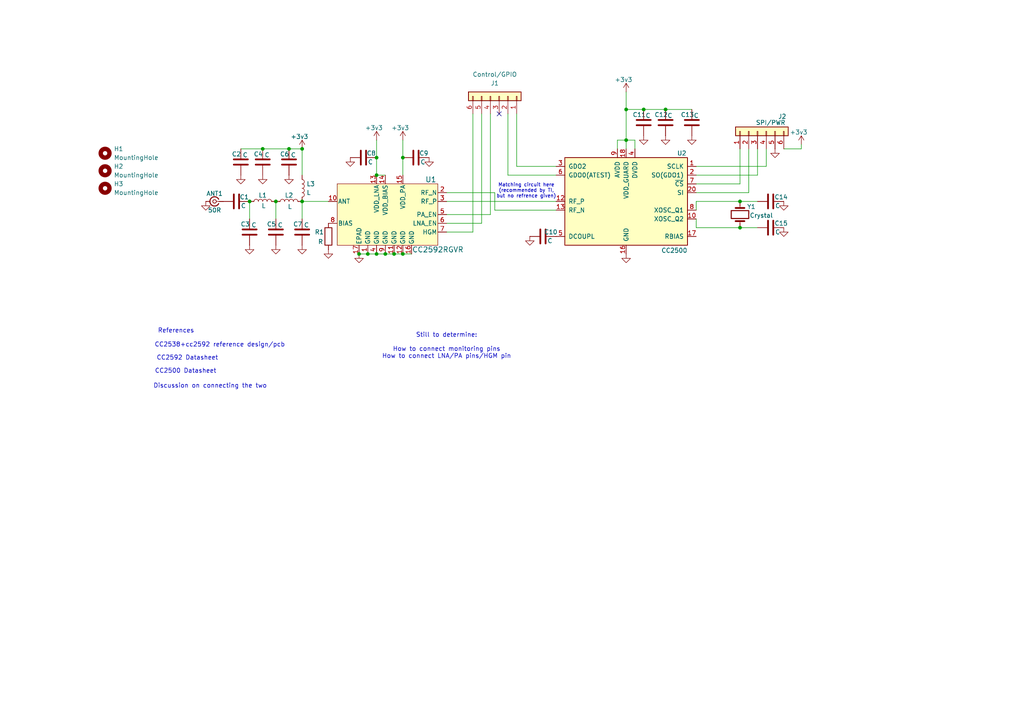
<source format=kicad_sch>
(kicad_sch (version 20231120) (generator "eeschema") (generator_version "8.0")
  (paper "A4")
  (lib_symbols
    (symbol "2025-04-10_16-41-21:CC2592RGVR" (pin_names (offset 0.254))
      (property "Reference" "U2" (at 34.798 6.35 0))
      (property "Value" "CC2592RGVR" (at 36.83 -13.97 0))
      (symbol "CC2592RGVR_0_1"
        (pin power_in line (at 16.51 -15.24 90) (length 2.5) (name "GND") (number "1"))
        (pin unspecified line (at 5.08 0 0) (length 2.5) (name "ANT") (number "10"))
        (pin power_in line (at 24.13 -15.24 90) (length 2.5) (name "GND") (number "11"))
        (pin power_in line (at 26.67 -15.24 90) (length 2.5) (name "GND") (number "12"))
        (pin power_in line (at 19.05 7.62 270) (length 2.5) (name "VDD_LNA") (number "13"))
        (pin power_in line (at 21.59 7.62 270) (length 2.5) (name "VDD_BIAS") (number "14"))
        (pin power_in line (at 26.67 7.62 270) (length 2.5) (name "VDD_PA") (number "15"))
        (pin power_in line (at 29.21 -15.24 90) (length 2.5) (name "GND") (number "16"))
        (pin unspecified line (at 13.97 -15.24 90) (length 2.5) (name "EPAD") (number "17"))
        (pin unspecified line (at 39.37 2.54 180) (length 2.5) (name "RF_N") (number "2"))
        (pin unspecified line (at 39.37 0 180) (length 2.5) (name "RF_P") (number "3"))
        (pin power_in line (at 19.05 -15.24 90) (length 2.5) (name "GND") (number "4"))
        (pin input line (at 39.37 -3.81 180) (length 2.5) (name "PA_EN") (number "5"))
        (pin input line (at 39.37 -6.35 180) (length 2.5) (name "LNA_EN") (number "6"))
        (pin input line (at 39.37 -8.89 180) (length 2.5) (name "HGM") (number "7"))
        (pin unspecified line (at 5.08 -6.35 0) (length 2.5) (name "BIAS") (number "8"))
        (pin power_in line (at 21.59 -15.24 90) (length 2.5) (name "GND") (number "9"))
      )
      (symbol "CC2592RGVR_1_1"
        (rectangle (start 7.62 5.08) (end 36.83 -12.7) (fill (type background)))
      )
    )
    (symbol "Connector:Conn_Coaxial_Small" (pin_numbers hide) (pin_names (offset 1.016) hide)
      (property "Reference" "J" (at 0.254 3.048 0))
      (property "Value" "Conn_Coaxial_Small" (at 0 -3.81 0))
      (symbol "Conn_Coaxial_Small_0_1"
        (polyline (pts (xy -2.54 0) (xy -0.508 0)))
        (circle (center 0 0) (radius 0.508) (stroke (width 0.2032)))
      )
      (symbol "Conn_Coaxial_Small_1_1"
        (arc (start -1.1916 -0.6311) (mid 0.327 -1.3081) (end 1.3484 0.0039) (stroke (width 0.3048)))
        (arc (start 1.3484 -0.0039) (mid 0.327 1.3081) (end -1.1916 0.6311) (stroke (width 0.3048)))
        (pin passive line (at -2.54 0 0) (length 1.27) (name "In") (number "1"))
        (pin passive line (at 2.54 0 180) (length 1.27) (name "Ext") (number "2"))
      )
    )
    (symbol "Connector_Generic:Conn_01x06" (pin_names (offset 1.016) hide)
      (property "Reference" "J" (at 0 7.62 0))
      (property "Value" "Conn_01x06" (at 0 -10.16 0))
      (symbol "Conn_01x06_1_1"
        (rectangle (start -1.27 -7.493) (end 0 -7.747) (stroke (width 0.1524)))
        (rectangle (start -1.27 -4.953) (end 0 -5.207) (stroke (width 0.1524)))
        (rectangle (start -1.27 -2.413) (end 0 -2.667) (stroke (width 0.1524)))
        (rectangle (start -1.27 0.127) (end 0 -0.127) (stroke (width 0.1524)))
        (rectangle (start -1.27 2.667) (end 0 2.413) (stroke (width 0.1524)))
        (rectangle (start -1.27 5.207) (end 0 4.953) (stroke (width 0.1524)))
        (rectangle (start -1.27 6.35) (end 1.27 -8.89) (stroke (width 0.254)) (fill (type background)))
        (pin passive line (at -5.08 5.08 0) (length 3.81) (name "Pin_1") (number "1"))
        (pin passive line (at -5.08 2.54 0) (length 3.81) (name "Pin_2") (number "2"))
        (pin passive line (at -5.08 0 0) (length 3.81) (name "Pin_3") (number "3"))
        (pin passive line (at -5.08 -2.54 0) (length 3.81) (name "Pin_4") (number "4"))
        (pin passive line (at -5.08 -5.08 0) (length 3.81) (name "Pin_5") (number "5"))
        (pin passive line (at -5.08 -7.62 0) (length 3.81) (name "Pin_6") (number "6"))
      )
    )
    (symbol "Device:C" (pin_numbers hide) (pin_names (offset 0.254))
      (property "Reference" "C" (at 0.635 2.54 0))
      (property "Value" "C" (at 0.635 -2.54 0))
      (symbol "C_0_1"
        (polyline (pts (xy -2.032 -0.762) (xy 2.032 -0.762)) (stroke (width 0.508)))
        (polyline (pts (xy -2.032 0.762) (xy 2.032 0.762)) (stroke (width 0.508)))
      )
      (symbol "C_1_1"
        (pin passive line (at 0 3.81 270) (length 2.794) (name "~") (number "1"))
        (pin passive line (at 0 -3.81 90) (length 2.794) (name "~") (number "2"))
      )
    )
    (symbol "Device:Crystal" (pin_numbers hide) (pin_names (offset 1.016) hide)
      (property "Reference" "Y" (at 0 3.81 0))
      (property "Value" "Crystal" (at 0 -3.81 0))
      (symbol "Crystal_0_1"
        (rectangle (start -1.143 2.54) (end 1.143 -2.54) (stroke (width 0.3048)))
        (polyline (pts (xy -2.54 0) (xy -1.905 0)))
        (polyline (pts (xy -1.905 -1.27) (xy -1.905 1.27)) (stroke (width 0.508)))
        (polyline (pts (xy 1.905 -1.27) (xy 1.905 1.27)) (stroke (width 0.508)))
        (polyline (pts (xy 2.54 0) (xy 1.905 0)))
      )
      (symbol "Crystal_1_1"
        (pin passive line (at -3.81 0 0) (length 1.27) (name "1") (number "1"))
        (pin passive line (at 3.81 0 180) (length 1.27) (name "2") (number "2"))
      )
    )
    (symbol "Device:L" (pin_numbers hide) (pin_names (offset 1.016) hide)
      (property "Reference" "L" (at -1.27 0 90))
      (property "Value" "L" (at 1.905 0 90))
      (symbol "L_0_1"
        (arc (start 0 -2.54) (mid 0.6323 -1.905) (end 0 -1.27))
        (arc (start 0 -1.27) (mid 0.6323 -0.635) (end 0 0))
        (arc (start 0 0) (mid 0.6323 0.635) (end 0 1.27))
        (arc (start 0 1.27) (mid 0.6323 1.905) (end 0 2.54))
      )
      (symbol "L_1_1"
        (pin passive line (at 0 3.81 270) (length 1.27) (name "1") (number "1"))
        (pin passive line (at 0 -3.81 90) (length 1.27) (name "2") (number "2"))
      )
    )
    (symbol "Device:R" (pin_numbers hide) (pin_names (offset 0))
      (property "Reference" "R" (at 2.032 0 90))
      (property "Value" "R" (at 0 0 90))
      (symbol "R_0_1"
        (rectangle (start -1.016 -2.54) (end 1.016 2.54) (stroke (width 0.254)))
      )
      (symbol "R_1_1"
        (pin passive line (at 0 3.81 270) (length 1.27) (name "~") (number "1"))
        (pin passive line (at 0 -3.81 90) (length 1.27) (name "~") (number "2"))
      )
    )
    (symbol "Mechanical:MountingHole" (pin_names (offset 1.016)) (exclude_from_sim yes) (in_bom no)
      (property "Reference" "H" (at 0 5.08 0))
      (property "Value" "MountingHole" (at 0 3.175 0))
      (symbol "MountingHole_0_1"
        (circle (center 0 0) (radius 1.27) (stroke (width 1.27)))
      )
    )
    (symbol "RF:CC2500" (pin_names (offset 1.016))
      (property "Reference" "U" (at -16.51 13.97 0))
      (property "Value" "CC2500" (at 13.97 13.97 0))
      (symbol "CC2500_0_1"
        (rectangle (start -17.78 12.7) (end 17.78 -12.7) (stroke (width 0.254)) (fill (type background)))
      )
      (symbol "CC2500_1_1"
        (pin input line (at -20.32 10.16 0) (length 2.54) (name "SCLK") (number "1"))
        (pin passive line (at -20.32 -5.08 0) (length 2.54) (name "XOSC_Q2") (number "10"))
        (pin passive line (at 2.54 15.24 270) (length 2.54) hide (name "AVDD") (number "11"))
        (pin passive line (at 20.32 0 180) (length 2.54) (name "RF_P") (number "12"))
        (pin passive line (at 20.32 -2.54 180) (length 2.54) (name "RF_N") (number "13"))
        (pin passive line (at 2.54 15.24 270) (length 2.54) hide (name "AVDD") (number "14"))
        (pin passive line (at 2.54 15.24 270) (length 2.54) hide (name "AVDD") (number "15"))
        (pin power_in line (at 0 -15.24 90) (length 2.54) (name "GND") (number "16"))
        (pin passive line (at -20.32 -10.16 0) (length 2.54) (name "RBIAS") (number "17"))
        (pin power_in line (at 0 15.24 270) (length 2.54) (name "VDD_GUARD") (number "18"))
        (pin passive line (at 0 -15.24 90) (length 2.54) hide (name "GND") (number "19"))
        (pin bidirectional line (at -20.32 7.62 0) (length 2.54) (name "SO(GDO1)") (number "2"))
        (pin input line (at -20.32 2.54 0) (length 2.54) (name "SI") (number "20"))
        (pin passive line (at 0 -15.24 90) (length 2.54) hide (name "GND") (number "21"))
        (pin bidirectional line (at 20.32 10.16 180) (length 2.54) (name "GDO2") (number "3"))
        (pin power_in line (at -2.54 15.24 270) (length 2.54) (name "DVDD") (number "4"))
        (pin power_out line (at 20.32 -10.16 180) (length 2.54) (name "DCOUPL") (number "5"))
        (pin bidirectional line (at 20.32 7.62 180) (length 2.54) (name "GDO0(ATEST)") (number "6"))
        (pin input line (at -20.32 5.08 0) (length 2.54) (name "~{CS}") (number "7"))
        (pin passive line (at -20.32 -2.54 0) (length 2.54) (name "XOSC_Q1") (number "8"))
        (pin power_in line (at 2.54 15.24 270) (length 2.54) (name "AVDD") (number "9"))
      )
    )
    (symbol "power:+3.3V" (power) (pin_numbers hide) (pin_names (offset 0) hide)
      (property "Value" "+3.3V" (at 0 3.556 0))
      (symbol "+3.3V_0_1"
        (polyline (pts (xy -0.762 1.27) (xy 0 2.54)))
        (polyline (pts (xy 0 0) (xy 0 2.54)))
        (polyline (pts (xy 0 2.54) (xy 0.762 1.27)))
      )
      (symbol "+3.3V_1_1"
        (pin power_in line (at 0 0 90) (length 0) (name "~") (number "1"))
      )
    )
    (symbol "power:GND" (power) (pin_numbers hide) (pin_names (offset 0) hide)
      (property "Value" "GND" (at 0 -3.81 0))
      (symbol "GND_0_1"
        (polyline (pts (xy 0 0) (xy 0 -1.27) (xy 1.27 -1.27) (xy 0 -2.54) (xy -1.27 -1.27) (xy 0 -1.27)))
      )
      (symbol "GND_1_1"
        (pin power_in line (at 0 0 270) (length 0) (name "~") (number "1"))
      )
    )
  )
  (junction (at 116.84 73.66))
  (junction (at 106.68 73.66))
  (junction (at 80.01 58.42))
  (junction (at 87.63 43.18))
  (junction (at 72.39 58.42))
  (junction (at 104.14 73.66))
  (junction (at 109.22 73.66))
  (junction (at 214.63 66.04))
  (junction (at 181.61 31.75))
  (junction (at 87.63 58.42))
  (junction (at 116.84 45.72))
  (junction (at 186.69 31.75))
  (junction (at 109.22 50.8))
  (junction (at 111.76 73.66))
  (junction (at 76.2 43.18))
  (junction (at 193.04 31.75))
  (junction (at 109.22 45.72))
  (junction (at 83.82 43.18))
  (junction (at 114.3 73.66))
  (junction (at 214.63 58.42))
  (junction (at 181.61 40.64))
  (no_connect (at 144.78 33.02))
  (wire (pts (xy 87.63 43.18) (xy 87.63 50.8)))
  (wire (pts (xy 217.17 55.88) (xy 217.17 43.18)))
  (wire (pts (xy 143.51 55.88) (xy 143.51 60.96)))
  (wire (pts (xy 106.68 73.66) (xy 109.22 73.66)))
  (wire (pts (xy 201.93 53.34) (xy 214.63 53.34)))
  (wire (pts (xy 114.3 73.66) (xy 116.84 73.66)))
  (wire (pts (xy 184.15 43.18) (xy 184.15 40.64)))
  (wire (pts (xy 129.54 64.77) (xy 139.7 64.77)))
  (wire (pts (xy 186.69 31.75) (xy 193.04 31.75)))
  (wire (pts (xy 116.84 73.66) (xy 119.38 73.66)))
  (wire (pts (xy 76.2 43.18) (xy 83.82 43.18)))
  (wire (pts (xy 87.63 58.42) (xy 95.25 58.42)))
  (wire (pts (xy 104.14 73.66) (xy 106.68 73.66)))
  (wire (pts (xy 147.32 33.02) (xy 147.32 50.8)))
  (wire (pts (xy 129.54 67.31) (xy 137.16 67.31)))
  (wire (pts (xy 214.63 58.42) (xy 219.71 58.42)))
  (wire (pts (xy 219.71 50.8) (xy 219.71 43.18)))
  (wire (pts (xy 109.22 45.72) (xy 109.22 50.8)))
  (wire (pts (xy 201.93 55.88) (xy 217.17 55.88)))
  (wire (pts (xy 139.7 33.02) (xy 139.7 64.77)))
  (wire (pts (xy 222.25 43.18) (xy 222.25 48.26)))
  (wire (pts (xy 181.61 31.75) (xy 181.61 40.64)))
  (wire (pts (xy 214.63 53.34) (xy 214.63 43.18)))
  (wire (pts (xy 179.07 40.64) (xy 179.07 43.18)))
  (wire (pts (xy 181.61 40.64) (xy 179.07 40.64)))
  (wire (pts (xy 83.82 43.18) (xy 87.63 43.18)))
  (wire (pts (xy 181.61 31.75) (xy 186.69 31.75)))
  (wire (pts (xy 201.93 50.8) (xy 219.71 50.8)))
  (wire (pts (xy 69.85 43.18) (xy 76.2 43.18)))
  (wire (pts (xy 232.41 41.91) (xy 232.41 43.18)))
  (wire (pts (xy 201.93 60.96) (xy 201.93 58.42)))
  (wire (pts (xy 201.93 66.04) (xy 201.93 63.5)))
  (wire (pts (xy 149.86 33.02) (xy 149.86 48.26)))
  (wire (pts (xy 232.41 43.18) (xy 227.33 43.18)))
  (wire (pts (xy 181.61 40.64) (xy 181.61 43.18)))
  (wire (pts (xy 116.84 45.72) (xy 116.84 50.8)))
  (wire (pts (xy 214.63 66.04) (xy 201.93 66.04)))
  (wire (pts (xy 129.54 58.42) (xy 161.29 58.42)))
  (wire (pts (xy 193.04 31.75) (xy 200.66 31.75)))
  (wire (pts (xy 129.54 55.88) (xy 143.51 55.88)))
  (wire (pts (xy 181.61 26.67) (xy 181.61 31.75)))
  (wire (pts (xy 142.24 33.02) (xy 142.24 62.23)))
  (wire (pts (xy 109.22 50.8) (xy 111.76 50.8)))
  (wire (pts (xy 72.39 58.42) (xy 72.39 63.5)))
  (wire (pts (xy 184.15 40.64) (xy 181.61 40.64)))
  (wire (pts (xy 143.51 60.96) (xy 161.29 60.96)))
  (wire (pts (xy 109.22 40.64) (xy 109.22 45.72)))
  (wire (pts (xy 111.76 73.66) (xy 114.3 73.66)))
  (wire (pts (xy 161.29 50.8) (xy 147.32 50.8)))
  (wire (pts (xy 161.29 48.26) (xy 149.86 48.26)))
  (wire (pts (xy 80.01 58.42) (xy 80.01 63.5)))
  (wire (pts (xy 87.63 58.42) (xy 87.63 63.5)))
  (wire (pts (xy 214.63 66.04) (xy 219.71 66.04)))
  (wire (pts (xy 116.84 40.64) (xy 116.84 45.72)))
  (wire (pts (xy 201.93 58.42) (xy 214.63 58.42)))
  (wire (pts (xy 109.22 73.66) (xy 111.76 73.66)))
  (wire (pts (xy 137.16 33.02) (xy 137.16 67.31)))
  (wire (pts (xy 129.54 62.23) (xy 142.24 62.23)))
  (wire (pts (xy 222.25 48.26) (xy 201.93 48.26)))
  (text "Discussion on connecting the two" (at 60.96 112.014 0) (effects (font (size 1.27 1.27))))
  (text "CC2538+cc2592 reference design/pcb" (at 63.754 100.076 0) (effects (font (size 1.27 1.27))))
  (text "Matching circuit here\n(recommended by TI,\nbut no refrence given)\n" (at 152.654 55.372 0) (effects (font (size 1 1))))
  (text "References" (at 51.054 96.012 0) (effects (font (size 1.27 1.27))))
  (text "CC2592 Datasheet" (at 54.356 103.886 0) (effects (font (size 1.27 1.27))))
  (text "CC2500 Datasheet" (at 53.848 107.696 0) (effects (font (size 1.27 1.27))))
  (text "Still to determine:\n\nHow to connect monitoring pins\nHow to connect LNA/PA pins/HGM pin" (at 129.54 100.33 0) (effects (font (size 1.27 1.27))))
  (symbol (lib_id "Device:C") (at 69.85 46.99 180) (unit 1)
    (property "Reference" "C2" (at 68.58 44.704 0))
    (property "Value" "C" (at 71.12 44.958 0))
    (property "Footprint" "Capacitor_SMD:C_0805_2012Metric" (effects (hide yes)))
    (property "Description" "Unpolarized capacitor" (effects (hide yes)))
  )
  (symbol (lib_id "2025-04-10_16-41-21:CC2592RGVR") (at 90.17 58.42 0) (unit 1)
    (property "Reference" "U1" (at 124.968 52.07 0) (effects (font (size 1.524 1.524))))
    (property "Value" "CC2592RGVR" (at 127 72.39 0) (effects (font (size 1.524 1.524))))
    (property "Footprint" "footprints:RGV16_2P16X2P16_TEX" (effects (hide yes)))
    (property "Datasheet" "CC2592RGVR" (effects (hide yes)))
  )
  (symbol (lib_id "RF:CC2500") (at 181.61 58.42 0) (mirror y) (unit 1)
    (property "Reference" "U2" (at 199.136 44.45 0) (effects (justify left)))
    (property "Value" "CC2500" (at 199.39 72.644 0) (effects (justify left)))
    (property "Footprint" "Package_DFN_QFN:Texas_RGP0020H_VQFN-20-1EP_4x4mm_P0.5mm_EP2.4x2.4mm" (effects (hide yes)))
    (property "Datasheet" "http://www.ti.com/lit/ds/symlink/cc2500.pdf" (effects (hide yes)))
    (property "Description" "Single Chip Low Power RF Transceiver, QFN-20" (effects (hide yes)))
  )
  (symbol (lib_id "Device:C") (at 76.2 46.99 180) (unit 1)
    (property "Reference" "C4" (at 74.93 44.704 0))
    (property "Value" "C" (at 77.47 44.958 0))
    (property "Footprint" "Capacitor_SMD:C_0805_2012Metric" (effects (hide yes)))
    (property "Description" "Unpolarized capacitor" (effects (hide yes)))
  )
  (symbol (lib_id "Device:C") (at 200.66 35.56 180) (unit 1)
    (property "Reference" "C13" (at 199.39 33.274 0))
    (property "Value" "C" (at 201.93 33.528 0))
    (property "Footprint" "Capacitor_SMD:C_0805_2012Metric" (effects (hide yes)))
    (property "Description" "Unpolarized capacitor" (effects (hide yes)))
  )
  (symbol (lib_id "Device:C") (at 223.52 66.04 90) (unit 1)
    (property "Reference" "C15" (at 226.568 64.77 90))
    (property "Value" "C" (at 225.552 67.31 90))
    (property "Footprint" "Capacitor_SMD:C_0805_2012Metric" (effects (hide yes)))
    (property "Description" "Unpolarized capacitor" (effects (hide yes)))
  )
  (symbol (lib_id "Device:C") (at 186.69 35.56 180) (unit 1)
    (property "Reference" "C11" (at 185.42 33.274 0))
    (property "Value" "C" (at 187.96 33.528 0))
    (property "Footprint" "Capacitor_SMD:C_0805_2012Metric" (effects (hide yes)))
    (property "Description" "Unpolarized capacitor" (effects (hide yes)))
  )
  (symbol (lib_id "power:GND") (at 95.25 72.39 0) (unit 1)
    (property "Reference" "#PWR09" (effects (hide yes)))
    (property "Value" "GND" (effects (hide yes)))
    (property "Description" "Power symbol creates a global label with name \"GND\" , ground" (effects (hide yes)))
  )
  (symbol (lib_id "power:+3.3V") (at 109.22 40.64 0) (unit 1)
    (property "Reference" "#PWR012" (effects (hide yes)))
    (property "Value" "+3v3" (at 108.458 37.084 0))
    (property "Description" "Power symbol creates a global label with name \"+3.3V\"" (effects (hide yes)))
  )
  (symbol (lib_id "Device:Crystal") (at 214.63 62.23 90) (unit 1)
    (property "Reference" "Y1" (at 216.662 59.944 90) (effects (justify right)))
    (property "Value" "Crystal" (at 217.424 62.484 90) (effects (justify right)))
    (property "Footprint" "Crystal:Crystal_SMD_2016-4Pin_2.0x1.6mm" (effects (hide yes)))
    (property "Description" "Two pin crystal" (effects (hide yes)))
  )
  (symbol (lib_id "power:GND") (at 87.63 71.12 0) (unit 1)
    (property "Reference" "#PWR08" (effects (hide yes)))
    (property "Value" "GND" (effects (hide yes)))
    (property "Description" "Power symbol creates a global label with name \"GND\" , ground" (effects (hide yes)))
  )
  (symbol (lib_id "Connector_Generic:Conn_01x06") (at 144.78 27.94 270) (mirror x) (unit 1)
    (property "Reference" "J1" (at 143.51 24.13 90))
    (property "Value" "Control/GPIO" (at 143.51 21.59 90))
    (property "Footprint" "Connector_JST:JST_XH_B6B-XH-AM_1x06_P2.50mm_Vertical" (effects (hide yes)))
    (property "Description" "Generic connector, single row, 01x06, script generated (kicad-library-utils/schlib/autogen/connector/)" (effects (hide yes)))
  )
  (symbol (lib_id "power:GND") (at 181.61 73.66 0) (unit 1)
    (property "Reference" "#PWR017" (effects (hide yes)))
    (property "Value" "GND" (effects (hide yes)))
    (property "Description" "Power symbol creates a global label with name \"GND\" , ground" (effects (hide yes)))
  )
  (symbol (lib_id "power:+3.3V") (at 232.41 41.91 0) (unit 1)
    (property "Reference" "#PWR024" (effects (hide yes)))
    (property "Value" "+3v3" (at 231.648 38.354 0))
    (property "Description" "Power symbol creates a global label with name \"+3.3V\"" (effects (hide yes)))
  )
  (symbol (lib_id "power:+3.3V") (at 181.61 26.67 0) (unit 1)
    (property "Reference" "#PWR016" (effects (hide yes)))
    (property "Value" "+3v3" (at 180.848 23.114 0))
    (property "Description" "Power symbol creates a global label with name \"+3.3V\"" (effects (hide yes)))
  )
  (symbol (lib_id "Device:L") (at 83.82 58.42 90) (unit 1)
    (property "Reference" "L2" (at 83.82 56.642 90))
    (property "Value" "L" (at 84.074 59.944 90))
    (property "Footprint" "Inductor_SMD:L_0805_2012Metric" (effects (hide yes)))
    (property "Description" "Inductor" (effects (hide yes)))
  )
  (symbol (lib_id "power:GND") (at 69.85 50.8 0) (unit 1)
    (property "Reference" "#PWR02" (effects (hide yes)))
    (property "Value" "GND" (effects (hide yes)))
    (property "Description" "Power symbol creates a global label with name \"GND\" , ground" (effects (hide yes)))
  )
  (symbol (lib_id "Device:L") (at 87.63 54.61 0) (unit 1)
    (property "Reference" "L3" (at 88.9 53.3399 0) (effects (justify left)))
    (property "Value" "L" (at 88.9 55.8799 0) (effects (justify left)))
    (property "Footprint" "Inductor_SMD:L_0805_2012Metric" (effects (hide yes)))
    (property "Description" "Inductor" (effects (hide yes)))
  )
  (symbol (lib_id "power:GND") (at 227.33 66.04 0) (unit 1)
    (property "Reference" "#PWR023" (effects (hide yes)))
    (property "Value" "GND" (effects (hide yes)))
    (property "Description" "Power symbol creates a global label with name \"GND\" , ground" (effects (hide yes)))
  )
  (symbol (lib_id "power:GND") (at 59.69 58.42 0) (unit 1)
    (property "Reference" "#PWR01" (effects (hide yes)))
    (property "Value" "GND" (effects (hide yes)))
    (property "Description" "Power symbol creates a global label with name \"GND\" , ground" (effects (hide yes)))
  )
  (symbol (lib_id "Connector:Conn_Coaxial_Small") (at 62.23 58.42 0) (mirror y) (unit 1)
    (property "Reference" "ANT1" (at 62.23 56.134 0))
    (property "Value" "50R" (at 62.23 60.96 0))
    (property "Footprint" "Connector_Coaxial:SMA_Amphenol_901-143_Horizontal" (effects (hide yes)))
    (property "Description" "small coaxial connector (BNC, SMA, SMB, SMC, Cinch/RCA, LEMO, ...)" (effects (hide yes)))
  )
  (symbol (lib_id "power:GND") (at 224.79 43.18 0) (unit 1)
    (property "Reference" "#PWR021" (effects (hide yes)))
    (property "Value" "GND" (effects (hide yes)))
    (property "Description" "Power symbol creates a global label with name \"GND\" , ground" (effects (hide yes)))
  )
  (symbol (lib_id "Device:C") (at 120.65 45.72 90) (unit 1)
    (property "Reference" "C9" (at 122.936 44.45 90))
    (property "Value" "C" (at 122.682 46.99 90))
    (property "Footprint" "Capacitor_SMD:C_0805_2012Metric" (effects (hide yes)))
    (property "Description" "Unpolarized capacitor" (effects (hide yes)))
  )
  (symbol (lib_id "Device:C") (at 83.82 46.99 180) (unit 1)
    (property "Reference" "C6" (at 82.55 44.704 0))
    (property "Value" "C" (at 85.09 44.958 0))
    (property "Footprint" "Capacitor_SMD:C_0805_2012Metric" (effects (hide yes)))
    (property "Description" "Unpolarized capacitor" (effects (hide yes)))
  )
  (symbol (lib_id "Device:C") (at 223.52 58.42 90) (unit 1)
    (property "Reference" "C14" (at 226.568 57.15 90))
    (property "Value" "C" (at 225.552 59.69 90))
    (property "Footprint" "Capacitor_SMD:C_0805_2012Metric" (effects (hide yes)))
    (property "Description" "Unpolarized capacitor" (effects (hide yes)))
  )
  (symbol (lib_id "Connector_Generic:Conn_01x06") (at 219.71 38.1 90) (unit 1)
    (property "Reference" "J2" (at 228.092 33.782 90) (effects (justify left)))
    (property "Value" "SPI/PWR" (at 227.838 35.56 90) (effects (justify left)))
    (property "Footprint" "Connector_JST:JST_XH_B6B-XH-AM_1x06_P2.50mm_Vertical" (effects (hide yes)))
    (property "Description" "Generic connector, single row, 01x06, script generated (kicad-library-utils/schlib/autogen/connector/)" (effects (hide yes)))
  )
  (symbol (lib_id "power:+3.3V") (at 87.63 43.18 0) (unit 1)
    (property "Reference" "#PWR07" (effects (hide yes)))
    (property "Value" "+3v3" (at 86.868 39.624 0))
    (property "Description" "Power symbol creates a global label with name \"+3.3V\"" (effects (hide yes)))
  )
  (symbol (lib_id "power:GND") (at 124.46 45.72 0) (unit 1)
    (property "Reference" "#PWR014" (effects (hide yes)))
    (property "Value" "GND" (effects (hide yes)))
    (property "Description" "Power symbol creates a global label with name \"GND\" , ground" (effects (hide yes)))
  )
  (symbol (lib_id "power:GND") (at 186.69 39.37 0) (unit 1)
    (property "Reference" "#PWR018" (effects (hide yes)))
    (property "Value" "GND" (effects (hide yes)))
    (property "Description" "Power symbol creates a global label with name \"GND\" , ground" (effects (hide yes)))
  )
  (symbol (lib_id "power:GND") (at 76.2 50.8 0) (unit 1)
    (property "Reference" "#PWR04" (effects (hide yes)))
    (property "Value" "GND" (effects (hide yes)))
    (property "Description" "Power symbol creates a global label with name \"GND\" , ground" (effects (hide yes)))
  )
  (symbol (lib_id "power:+3.3V") (at 116.84 40.64 0) (unit 1)
    (property "Reference" "#PWR013" (effects (hide yes)))
    (property "Value" "+3v3" (at 116.078 37.084 0))
    (property "Description" "Power symbol creates a global label with name \"+3.3V\"" (effects (hide yes)))
  )
  (symbol (lib_id "Mechanical:MountingHole") (at 30.48 49.53 0) (unit 1) (exclude_from_sim yes) (in_bom no)
    (property "Reference" "H2" (at 33.02 48.2599 0) (effects (justify left)))
    (property "Value" "MountingHole" (at 33.02 50.7999 0) (effects (justify left)))
    (property "Footprint" "MountingHole:MountingHole_3.2mm_M3" (effects (hide yes)))
    (property "Description" "Mounting Hole without connection" (effects (hide yes)))
  )
  (symbol (lib_id "Device:R") (at 95.25 68.58 0) (mirror y) (unit 1)
    (property "Reference" "R1" (at 93.98 67.31 0) (effects (justify left)))
    (property "Value" "R" (at 93.726 70.104 0) (effects (justify left)))
    (property "Footprint" "Resistor_SMD:R_0805_2012Metric" (effects (hide yes)))
    (property "Description" "Resistor" (effects (hide yes)))
  )
  (symbol (lib_id "power:GND") (at 72.39 71.12 0) (unit 1)
    (property "Reference" "#PWR03" (effects (hide yes)))
    (property "Value" "GND" (effects (hide yes)))
    (property "Description" "Power symbol creates a global label with name \"GND\" , ground" (effects (hide yes)))
  )
  (symbol (lib_id "power:GND") (at 193.04 39.37 0) (unit 1)
    (property "Reference" "#PWR019" (effects (hide yes)))
    (property "Value" "GND" (effects (hide yes)))
    (property "Description" "Power symbol creates a global label with name \"GND\" , ground" (effects (hide yes)))
  )
  (symbol (lib_id "Device:C") (at 72.39 67.31 180) (unit 1)
    (property "Reference" "C3" (at 71.12 65.024 0))
    (property "Value" "C" (at 73.66 65.278 0))
    (property "Footprint" "Capacitor_SMD:C_0805_2012Metric" (effects (hide yes)))
    (property "Description" "Unpolarized capacitor" (effects (hide yes)))
  )
  (symbol (lib_id "power:GND") (at 101.6 45.72 0) (unit 1)
    (property "Reference" "#PWR010" (effects (hide yes)))
    (property "Value" "GND" (effects (hide yes)))
    (property "Description" "Power symbol creates a global label with name \"GND\" , ground" (effects (hide yes)))
  )
  (symbol (lib_id "power:GND") (at 104.14 73.66 0) (unit 1)
    (property "Reference" "#PWR011" (effects (hide yes)))
    (property "Value" "GND" (effects (hide yes)))
    (property "Description" "Power symbol creates a global label with name \"GND\" , ground" (effects (hide yes)))
  )
  (symbol (lib_id "power:GND") (at 80.01 71.12 0) (unit 1)
    (property "Reference" "#PWR05" (effects (hide yes)))
    (property "Value" "GND" (effects (hide yes)))
    (property "Description" "Power symbol creates a global label with name \"GND\" , ground" (effects (hide yes)))
  )
  (symbol (lib_id "power:GND") (at 227.33 58.42 0) (unit 1)
    (property "Reference" "#PWR022" (effects (hide yes)))
    (property "Value" "GND" (effects (hide yes)))
    (property "Description" "Power symbol creates a global label with name \"GND\" , ground" (effects (hide yes)))
  )
  (symbol (lib_id "Device:C") (at 105.41 45.72 90) (unit 1)
    (property "Reference" "C8" (at 107.696 44.45 90))
    (property "Value" "C" (at 107.442 46.99 90))
    (property "Footprint" "Capacitor_SMD:C_0805_2012Metric" (effects (hide yes)))
    (property "Description" "Unpolarized capacitor" (effects (hide yes)))
  )
  (symbol (lib_id "Device:C") (at 68.58 58.42 90) (unit 1)
    (property "Reference" "C1" (at 70.866 57.15 90))
    (property "Value" "C" (at 70.612 59.69 90))
    (property "Footprint" "Capacitor_SMD:C_0805_2012Metric" (effects (hide yes)))
    (property "Description" "Unpolarized capacitor" (effects (hide yes)))
  )
  (symbol (lib_id "power:GND") (at 153.67 68.58 0) (unit 1)
    (property "Reference" "#PWR015" (effects (hide yes)))
    (property "Value" "GND" (effects (hide yes)))
    (property "Description" "Power symbol creates a global label with name \"GND\" , ground" (effects (hide yes)))
  )
  (symbol (lib_id "power:GND") (at 200.66 39.37 0) (unit 1)
    (property "Reference" "#PWR020" (effects (hide yes)))
    (property "Value" "GND" (effects (hide yes)))
    (property "Description" "Power symbol creates a global label with name \"GND\" , ground" (effects (hide yes)))
  )
  (symbol (lib_id "power:GND") (at 83.82 50.8 0) (unit 1)
    (property "Reference" "#PWR06" (effects (hide yes)))
    (property "Value" "GND" (effects (hide yes)))
    (property "Description" "Power symbol creates a global label with name \"GND\" , ground" (effects (hide yes)))
  )
  (symbol (lib_id "Device:C") (at 193.04 35.56 180) (unit 1)
    (property "Reference" "C12" (at 191.77 33.274 0))
    (property "Value" "C" (at 194.31 33.528 0))
    (property "Footprint" "Capacitor_SMD:C_0805_2012Metric" (effects (hide yes)))
    (property "Description" "Unpolarized capacitor" (effects (hide yes)))
  )
  (symbol (lib_id "Device:C") (at 87.63 67.31 180) (unit 1)
    (property "Reference" "C7" (at 86.36 65.024 0))
    (property "Value" "C" (at 88.9 65.278 0))
    (property "Footprint" "Capacitor_SMD:C_0805_2012Metric" (effects (hide yes)))
    (property "Description" "Unpolarized capacitor" (effects (hide yes)))
  )
  (symbol (lib_id "Device:C") (at 80.01 67.31 180) (unit 1)
    (property "Reference" "C5" (at 78.74 65.024 0))
    (property "Value" "C" (at 81.28 65.278 0))
    (property "Footprint" "Capacitor_SMD:C_0805_2012Metric" (effects (hide yes)))
    (property "Description" "Unpolarized capacitor" (effects (hide yes)))
  )
  (symbol (lib_id "Mechanical:MountingHole") (at 30.48 54.61 0) (unit 1) (exclude_from_sim yes) (in_bom no)
    (property "Reference" "H3" (at 33.02 53.3399 0) (effects (justify left)))
    (property "Value" "MountingHole" (at 33.02 55.8799 0) (effects (justify left)))
    (property "Footprint" "MountingHole:MountingHole_3.2mm_M3" (effects (hide yes)))
    (property "Description" "Mounting Hole without connection" (effects (hide yes)))
  )
  (symbol (lib_id "Mechanical:MountingHole") (at 30.48 44.45 0) (unit 1) (exclude_from_sim yes) (in_bom no)
    (property "Reference" "H1" (at 33.02 43.1799 0) (effects (justify left)))
    (property "Value" "MountingHole" (at 33.02 45.7199 0) (effects (justify left)))
    (property "Footprint" "MountingHole:MountingHole_3.2mm_M3" (effects (hide yes)))
    (property "Description" "Mounting Hole without connection" (effects (hide yes)))
  )
  (symbol (lib_id "Device:L") (at 76.2 58.42 90) (unit 1)
    (property "Reference" "L1" (at 76.2 56.642 90))
    (property "Value" "L" (at 76.454 59.69 90))
    (property "Footprint" "Inductor_SMD:L_0805_2012Metric" (effects (hide yes)))
    (property "Description" "Inductor" (effects (hide yes)))
  )
  (symbol (lib_id "Device:C") (at 157.48 68.58 90) (unit 1)
    (property "Reference" "C10" (at 159.766 67.31 90))
    (property "Value" "C" (at 159.512 69.85 90))
    (property "Footprint" "Capacitor_SMD:C_0805_2012Metric" (effects (hide yes)))
    (property "Description" "Unpolarized capacitor" (effects (hide yes)))
  )
)
</source>
